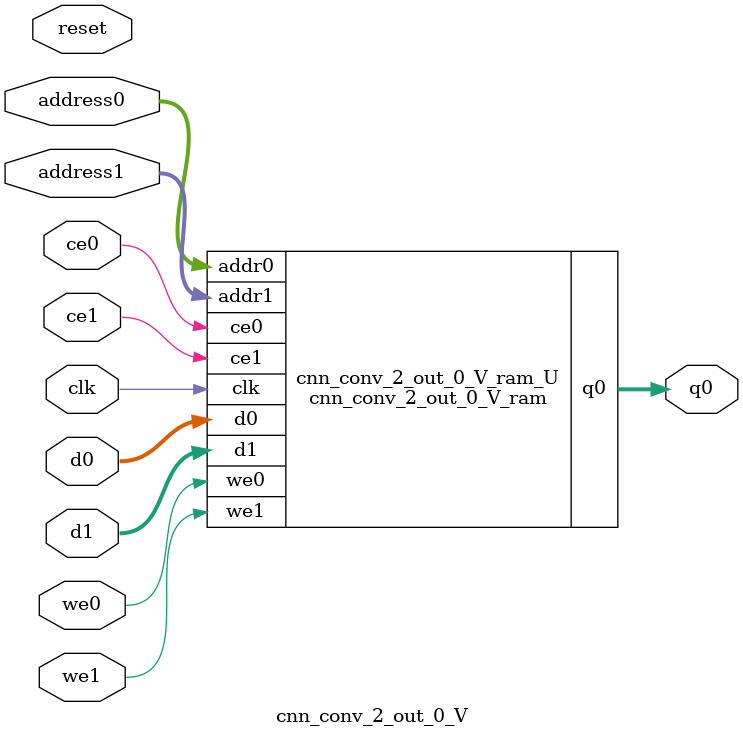
<source format=v>
`timescale 1 ns / 1 ps
module cnn_conv_2_out_0_V_ram (addr0, ce0, d0, we0, q0, addr1, ce1, d1, we1,  clk);

parameter DWIDTH = 14;
parameter AWIDTH = 11;
parameter MEM_SIZE = 1056;

input[AWIDTH-1:0] addr0;
input ce0;
input[DWIDTH-1:0] d0;
input we0;
output reg[DWIDTH-1:0] q0;
input[AWIDTH-1:0] addr1;
input ce1;
input[DWIDTH-1:0] d1;
input we1;
input clk;

(* ram_style = "block" *)reg [DWIDTH-1:0] ram[0:MEM_SIZE-1];




always @(posedge clk)  
begin 
    if (ce0) 
    begin
        if (we0) 
        begin 
            ram[addr0] <= d0; 
        end 
        q0 <= ram[addr0];
    end
end


always @(posedge clk)  
begin 
    if (ce1) 
    begin
        if (we1) 
        begin 
            ram[addr1] <= d1; 
        end 
    end
end


endmodule

`timescale 1 ns / 1 ps
module cnn_conv_2_out_0_V(
    reset,
    clk,
    address0,
    ce0,
    we0,
    d0,
    q0,
    address1,
    ce1,
    we1,
    d1);

parameter DataWidth = 32'd14;
parameter AddressRange = 32'd1056;
parameter AddressWidth = 32'd11;
input reset;
input clk;
input[AddressWidth - 1:0] address0;
input ce0;
input we0;
input[DataWidth - 1:0] d0;
output[DataWidth - 1:0] q0;
input[AddressWidth - 1:0] address1;
input ce1;
input we1;
input[DataWidth - 1:0] d1;



cnn_conv_2_out_0_V_ram cnn_conv_2_out_0_V_ram_U(
    .clk( clk ),
    .addr0( address0 ),
    .ce0( ce0 ),
    .we0( we0 ),
    .d0( d0 ),
    .q0( q0 ),
    .addr1( address1 ),
    .ce1( ce1 ),
    .we1( we1 ),
    .d1( d1 ));

endmodule


</source>
